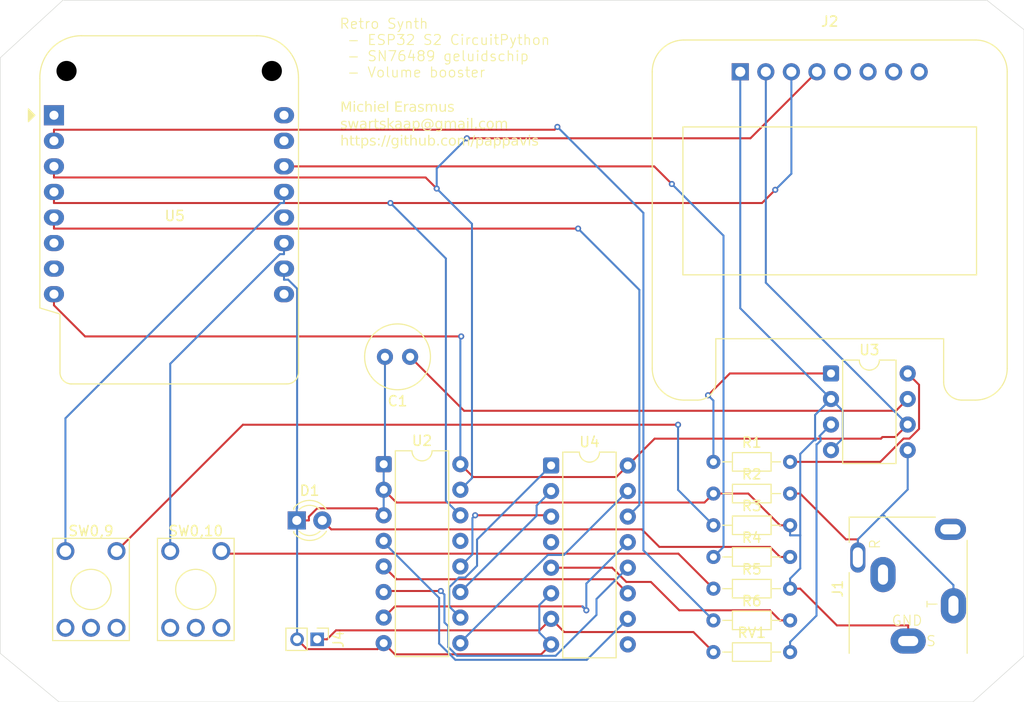
<source format=kicad_pcb>
(kicad_pcb (version 20241229) (generator "pcbnew") (generator_version "9.0")
  (layers (0 "F.Cu" signal) (2 "B.Cu" signal) (13 "F.Paste" user) (15 "B.Paste" user) (5 "F.SilkS" user "F.Silkscreen") (7 "B.SilkS" user "B.Silkscreen") (1 "F.Mask" user) (3 "B.Mask" user) (25 "Edge.Cuts" user))
  (net 0 "")
  (net 1 "Net-(R1-Pad2)")
  (net 2 "Net-(R1-Pad1)")
  (net 3 "/LM_AUDIO")
  (net 4 "GND")
  (net 5 "Net-(SW0,9-B)")
  (net 6 "Net-(U5-D10)")
  (net 7 "Net-(D1-A)")
  (net 8 "Net-(SW0,10-B)")
  (net 9 "Net-(U5-D3)")
  (net 10 "/~{WE}")
  (net 11 "Net-(U3-+)")
  (net 12 "/SN_AUDIO")
  (net 13 "/SN76489_CLK")
  (net 14 "/SCL")
  (net 20 "/SDA")
  (net 21 "Net-(SW0,10-A)")
  (net 23 "Net-(SW0,9-A)")
  (net 24 "+3.3V")
  (net 26 "Net-(U3-BYPASS)")
  (net 27 "/P1")
  (net 28 "/P2")
  (net 29 "/P6")
  (net 30 "/P0")
  (net 32 "/P7")
  (net 33 "/P4")
  (net 35 "/P5")
  (net 36 "/P3")
  (footprint "LED_THT:LED_D3.0mm" (layer "F.Cu") (at 113.538 87.376)
    (property "Reference" "D1" (at 1.27 -2.96 0) (layer "F.SilkS"))
    (property "Value" "LED")
    (fp_line (start -0.29 -1.236) (end -0.29 -1.08) (stroke (width 0.12)) (layer "F.SilkS"))
    (fp_line (start -0.29 1.08) (end -0.29 1.236) (stroke (width 0.12)) (layer "F.SilkS"))
    (fp_arc (start -0.29 -1.235516) (mid 1.365624 -1.987701) (end 2.941397 -1.080061) (stroke (width 0.12)) (layer "F.SilkS"))
    (fp_arc (start 0.229039 -1.08) (mid 1.269964 -1.5) (end 2.31091 -1.080049) (stroke (width 0.12)) (layer "F.SilkS"))
    (fp_arc (start 2.31091 1.080049) (mid 1.269964 1.5) (end 0.229039 1.08) (stroke (width 0.12)) (layer "F.SilkS"))
    (fp_arc (start 2.941397 1.080061) (mid 1.365624 1.987701) (end -0.29 1.235516) (stroke (width 0.12)) (layer "F.SilkS"))
    (pad "1" thru_hole rect (at 0 0) (size 1.8 1.8) (drill 0.9) (layers "*.Cu" "*.Mask") (net 4 "GND"))
    (pad "2" thru_hole circle (at 2.54 0) (size 1.8 1.8) (drill 0.9) (layers "*.Cu" "*.Mask") (net 7 "Net-(D1-A)"))
  )
  (footprint "Resistor_THT:R_Axial_DIN0204_L3.6mm_D1.6mm_P7.62mm_Horizontal" (layer "F.Cu") (at 154.94 84.707)
    (property "Reference" "R2" (at 3.81 -1.92 0) (layer "F.SilkS"))
    (property "Value" "10")
    (fp_line (start 0.94 0) (end 1.89 0) (stroke (width 0.12)) (layer "F.SilkS"))
    (fp_line (start 1.89 -0.92) (end 1.89 0.92) (stroke (width 0.12)) (layer "F.SilkS"))
    (fp_line (start 1.89 0.92) (end 5.73 0.92) (stroke (width 0.12)) (layer "F.SilkS"))
    (fp_line (start 5.73 -0.92) (end 1.89 -0.92) (stroke (width 0.12)) (layer "F.SilkS"))
    (fp_line (start 5.73 0.92) (end 5.73 -0.92) (stroke (width 0.12)) (layer "F.SilkS"))
    (fp_line (start 6.68 0) (end 5.73 0) (stroke (width 0.12)) (layer "F.SilkS"))
    (pad "1" thru_hole circle (at 0 0) (size 1.4 1.4) (drill 0.7) (layers "*.Cu" "*.Mask") (net 4 "GND"))
    (pad "2" thru_hole oval (at 7.62 0) (size 1.4 1.4) (drill 0.7) (layers "*.Cu" "*.Mask") (net 3 "/LM_AUDIO"))
  )
  (footprint "Package_DIP:DIP-16_W7.62mm" (layer "F.Cu") (at 122.174 81.788)
    (property "Reference" "U2" (at 3.81 -2.33 0) (layer "F.SilkS"))
    (property "Value" "PCF8574AP-I2C")
    (fp_line (start 1.16 -1.33) (end 1.16 19.11) (stroke (width 0.12)) (layer "F.SilkS"))
    (fp_line (start 1.16 19.11) (end 6.46 19.11) (stroke (width 0.12)) (layer "F.SilkS"))
    (fp_line (start 2.81 -1.33) (end 1.16 -1.33) (stroke (width 0.12)) (layer "F.SilkS"))
    (fp_line (start 6.46 -1.33) (end 4.81 -1.33) (stroke (width 0.12)) (layer "F.SilkS"))
    (fp_line (start 6.46 19.11) (end 6.46 -1.33) (stroke (width 0.12)) (layer "F.SilkS"))
    (fp_arc (start 4.81 -1.33) (mid 3.81 -0.33) (end 2.81 -1.33) (stroke (width 0.12)) (layer "F.SilkS"))
    (pad "1" thru_hole roundrect (at 0 0) (size 1.6 1.6) (drill 0.8) (layers "*.Cu" "*.Mask") (roundrect_rratio 0.15625) (net 4 "GND"))
    (pad "2" thru_hole circle (at 0 2.54) (size 1.6 1.6) (drill 0.8) (layers "*.Cu" "*.Mask") (net 4 "GND"))
    (pad "3" thru_hole circle (at 0 5.08) (size 1.6 1.6) (drill 0.8) (layers "*.Cu" "*.Mask") (net 4 "GND"))
    (pad "4" thru_hole circle (at 0 7.62) (size 1.6 1.6) (drill 0.8) (layers "*.Cu" "*.Mask") (net 30 "/P0"))
    (pad "5" thru_hole circle (at 0 10.16) (size 1.6 1.6) (drill 0.8) (layers "*.Cu" "*.Mask") (net 27 "/P1"))
    (pad "6" thru_hole circle (at 0 12.7) (size 1.6 1.6) (drill 0.8) (layers "*.Cu" "*.Mask") (net 28 "/P2"))
    (pad "7" thru_hole circle (at 0 15.24) (size 1.6 1.6) (drill 0.8) (layers "*.Cu" "*.Mask") (net 36 "/P3"))
    (pad "8" thru_hole circle (at 0 17.78) (size 1.6 1.6) (drill 0.8) (layers "*.Cu" "*.Mask") (net 4 "GND"))
    (pad "9" thru_hole circle (at 7.62 17.78) (size 1.6 1.6) (drill 0.8) (layers "*.Cu" "*.Mask") (net 33 "/P4"))
    (pad "10" thru_hole circle (at 7.62 15.24) (size 1.6 1.6) (drill 0.8) (layers "*.Cu" "*.Mask") (net 35 "/P5"))
    (pad "11" thru_hole circle (at 7.62 12.7) (size 1.6 1.6) (drill 0.8) (layers "*.Cu" "*.Mask") (net 29 "/P6"))
    (pad "12" thru_hole circle (at 7.62 10.16) (size 1.6 1.6) (drill 0.8) (layers "*.Cu" "*.Mask") (net 32 "/P7"))
    (pad "13" thru_hole circle (at 7.62 7.62) (size 1.6 1.6) (drill 0.8) (layers "*.Cu" "*.Mask"))
    (pad "14" thru_hole circle (at 7.62 5.08) (size 1.6 1.6) (drill 0.8) (layers "*.Cu" "*.Mask") (net 14 "/SCL"))
    (pad "15" thru_hole circle (at 7.62 2.54) (size 1.6 1.6) (drill 0.8) (layers "*.Cu" "*.Mask") (net 20 "/SDA"))
    (pad "16" thru_hole circle (at 7.62 0) (size 1.6 1.6) (drill 0.8) (layers "*.Cu" "*.Mask") (net 24 "+3.3V"))
  )
  (footprint "Resistor_THT:R_Axial_DIN0204_L3.6mm_D1.6mm_P7.62mm_Horizontal" (layer "F.Cu") (at 154.94 81.557)
    (property "Reference" "R1" (at 3.81 -1.92 0) (layer "F.SilkS"))
    (property "Value" "1K")
    (fp_line (start 0.94 0) (end 1.89 0) (stroke (width 0.12)) (layer "F.SilkS"))
    (fp_line (start 1.89 -0.92) (end 1.89 0.92) (stroke (width 0.12)) (layer "F.SilkS"))
    (fp_line (start 1.89 0.92) (end 5.73 0.92) (stroke (width 0.12)) (layer "F.SilkS"))
    (fp_line (start 5.73 -0.92) (end 1.89 -0.92) (stroke (width 0.12)) (layer "F.SilkS"))
    (fp_line (start 5.73 0.92) (end 5.73 -0.92) (stroke (width 0.12)) (layer "F.SilkS"))
    (fp_line (start 6.68 0) (end 5.73 0) (stroke (width 0.12)) (layer "F.SilkS"))
    (pad "1" thru_hole circle (at 0 0) (size 1.4 1.4) (drill 0.7) (layers "*.Cu" "*.Mask") (net 2 "Net-(R1-Pad1)"))
    (pad "2" thru_hole oval (at 7.62 0) (size 1.4 1.4) (drill 0.7) (layers "*.Cu" "*.Mask") (net 1 "Net-(R1-Pad2)"))
  )
  (footprint "Button_Switch_THT:KSA_Tactile_SPST" (layer "F.Cu") (at 90.551 90.424)
    (property "Reference" "SW0,9" (at 2.54 -2 0) (layer "F.SilkS"))
    (property "Value" "SW_SPST")
    (fp_line (start -1.27 -1.27) (end -1.27 8.89) (stroke (width 0.12)) (layer "F.SilkS"))
    (fp_line (start -1.27 -1.27) (end 6.35 -1.27) (stroke (width 0.12)) (layer "F.SilkS"))
    (fp_line (start -1.27 8.89) (end 6.35 8.89) (stroke (width 0.12)) (layer "F.SilkS"))
    (fp_line (start 6.35 8.89) (end 6.35 -1.27) (stroke (width 0.12)) (layer "F.SilkS"))
    (fp_circle (center 2.54 3.81) (end 0.54 3.81) (stroke (width 0.12)) (fill no) (layer "F.SilkS"))
    (pad "1" thru_hole circle (at 0 0) (size 1.778 1.778) (drill 1.143) (layers "*.Cu" "*.Mask") (net 23 "Net-(SW0,9-A)"))
    (pad "2" thru_hole circle (at 5.08 0) (size 1.778 1.778) (drill 1.143) (layers "*.Cu" "*.Mask") (net 5 "Net-(SW0,9-B)"))
    (pad "3" thru_hole circle (at 5.08 7.62) (size 1.778 1.778) (drill 1.143) (layers "*.Cu" "*.Mask"))
    (pad "4" thru_hole circle (at 2.54 7.62) (size 1.778 1.778) (drill 1.143) (layers "*.Cu" "*.Mask"))
    (pad "5" thru_hole circle (at 0 7.62) (size 1.778 1.778) (drill 1.143) (layers "*.Cu" "*.Mask"))
  )
  (footprint "Resistor_THT:R_Axial_DIN0204_L3.6mm_D1.6mm_P7.62mm_Horizontal" (layer "F.Cu") (at 154.94 87.857)
    (property "Reference" "R3" (at 3.81 -1.92 0) (layer "F.SilkS"))
    (property "Value" "R1k")
    (fp_line (start 0.94 0) (end 1.89 0) (stroke (width 0.12)) (layer "F.SilkS"))
    (fp_line (start 1.89 -0.92) (end 1.89 0.92) (stroke (width 0.12)) (layer "F.SilkS"))
    (fp_line (start 1.89 0.92) (end 5.73 0.92) (stroke (width 0.12)) (layer "F.SilkS"))
    (fp_line (start 5.73 -0.92) (end 1.89 -0.92) (stroke (width 0.12)) (layer "F.SilkS"))
    (fp_line (start 5.73 0.92) (end 5.73 -0.92) (stroke (width 0.12)) (layer "F.SilkS"))
    (fp_line (start 6.68 0) (end 5.73 0) (stroke (width 0.12)) (layer "F.SilkS"))
    (pad "1" thru_hole circle (at 0 0) (size 1.4 1.4) (drill 0.7) (layers "*.Cu" "*.Mask") (net 5 "Net-(SW0,9-B)"))
    (pad "2" thru_hole oval (at 7.62 0) (size 1.4 1.4) (drill 0.7) (layers "*.Cu" "*.Mask") (net 4 "GND"))
  )
  (footprint "Connector_Audio:Jack_3.5mm_CUI_SJ1-3515N_Horizontal" (layer "F.Cu") (at 174.291 99.359 90)
    (property "Reference" "J1" (at 5.2 -7 90) (layer "F.SilkS"))
    (property "Value" "AudioJack3")
    (fp_line (start 12.31 -5.86) (end 9.8 -5.86) (stroke (width 0.12)) (layer "F.SilkS"))
    (fp_line (start 12.31 -5.86) (end 12.31 2.7) (stroke (width 0.12)) (layer "F.SilkS"))
    (fp_line (start 6.8 -5.86) (end -1.2192 -5.86) (stroke (width 0.12)) (layer "F.SilkS"))
    (fp_line (start 10 5.86) (end -1.2192 5.86) (stroke (width 0.12)) (layer "F.SilkS"))
    (pad "R" thru_hole oval (at 8.3 -5 90) (size 3 1.5) (drill oval 2 1) (layers "*.Cu" "*.Mask") (net 3 "/LM_AUDIO"))
    (pad "RN" thru_hole oval (at 6.6 -2.5 90) (size 3.5 2.5) (drill oval 2 1) (layers "*.Cu" "*.Mask"))
    (pad "S" thru_hole oval (at 0 0) (size 3.5 2.5) (drill oval 2 1) (layers "*.Cu" "*.Mask") (net 4 "GND"))
    (pad "T" thru_hole oval (at 3.5 4.5 90) (size 3.5 2.5) (drill oval 2 1) (layers "*.Cu" "*.Mask") (net 3 "/LM_AUDIO"))
    (pad "TN" thru_hole oval (at 11.1 4.2 180) (size 3.1 2.1) (drill oval 2 1) (layers "*.Cu" "*.Mask"))
  )
  (footprint "Package_DIP:DIP-16_W7.62mm" (layer "F.Cu") (at 138.811 81.915)
    (property "Reference" "U4" (at 3.81 -2.33 0) (layer "F.SilkS"))
    (property "Value" "SN76489")
    (fp_line (start 1.16 -1.33) (end 1.16 19.11) (stroke (width 0.12)) (layer "F.SilkS"))
    (fp_line (start 1.16 19.11) (end 6.46 19.11) (stroke (width 0.12)) (layer "F.SilkS"))
    (fp_line (start 2.81 -1.33) (end 1.16 -1.33) (stroke (width 0.12)) (layer "F.SilkS"))
    (fp_line (start 6.46 -1.33) (end 4.81 -1.33) (stroke (width 0.12)) (layer "F.SilkS"))
    (fp_line (start 6.46 19.11) (end 6.46 -1.33) (stroke (width 0.12)) (layer "F.SilkS"))
    (fp_arc (start 4.81 -1.33) (mid 3.81 -0.33) (end 2.81 -1.33) (stroke (width 0.12)) (layer "F.SilkS"))
    (pad "1" thru_hole roundrect (at 0 0) (size 1.6 1.6) (drill 0.8) (layers "*.Cu" "*.Mask") (roundrect_rratio 0.15625) (net 35 "/P5"))
    (pad "2" thru_hole circle (at 0 2.54) (size 1.6 1.6) (drill 0.8) (layers "*.Cu" "*.Mask") (net 29 "/P6"))
    (pad "3" thru_hole circle (at 0 5.08) (size 1.6 1.6) (drill 0.8) (layers "*.Cu" "*.Mask") (net 32 "/P7"))
    (pad "4" thru_hole circle (at 0 7.62) (size 1.6 1.6) (drill 0.8) (layers "*.Cu" "*.Mask"))
    (pad "5" thru_hole circle (at 0 10.16) (size 1.6 1.6) (drill 0.8) (layers "*.Cu" "*.Mask") (net 10 "/~{WE}"))
    (pad "6" thru_hole circle (at 0 12.7) (size 1.6 1.6) (drill 0.8) (layers "*.Cu" "*.Mask") (net 4 "GND"))
    (pad "7" thru_hole circle (at 0 15.24) (size 1.6 1.6) (drill 0.8) (layers "*.Cu" "*.Mask") (net 12 "/SN_AUDIO"))
    (pad "8" thru_hole circle (at 0 17.78) (size 1.6 1.6) (drill 0.8) (layers "*.Cu" "*.Mask") (net 4 "GND"))
    (pad "9" thru_hole circle (at 7.62 17.78) (size 1.6 1.6) (drill 0.8) (layers "*.Cu" "*.Mask"))
    (pad "10" thru_hole circle (at 7.62 15.24) (size 1.6 1.6) (drill 0.8) (layers "*.Cu" "*.Mask") (net 30 "/P0"))
    (pad "11" thru_hole circle (at 7.62 12.7) (size 1.6 1.6) (drill 0.8) (layers "*.Cu" "*.Mask") (net 27 "/P1"))
    (pad "12" thru_hole circle (at 7.62 10.16) (size 1.6 1.6) (drill 0.8) (layers "*.Cu" "*.Mask") (net 28 "/P2"))
    (pad "13" thru_hole circle (at 7.62 7.62) (size 1.6 1.6) (drill 0.8) (layers "*.Cu" "*.Mask") (net 36 "/P3"))
    (pad "14" thru_hole circle (at 7.62 5.08) (size 1.6 1.6) (drill 0.8) (layers "*.Cu" "*.Mask") (net 13 "/SN76489_CLK"))
    (pad "15" thru_hole circle (at 7.62 2.54) (size 1.6 1.6) (drill 0.8) (layers "*.Cu" "*.Mask") (net 33 "/P4"))
    (pad "16" thru_hole circle (at 7.62 0) (size 1.6 1.6) (drill 0.8) (layers "*.Cu" "*.Mask") (net 24 "+3.3V"))
  )
  (footprint "Capacitor_THT:C_Radial_D6.3mm_H5.0mm_P2.50mm" (layer "F.Cu") (at 124.801 71.12 180)
    (property "Reference" "C1" (at 1.25 -4.4 0) (layer "F.SilkS"))
    (property "Value" "10µF")
    (fp_circle (center 1.25 0) (end 4.52 0) (stroke (width 0.12)) (fill no) (layer "F.SilkS"))
    (pad "1" thru_hole circle (at 0 0 180) (size 1.6 1.6) (drill 0.8) (layers "*.Cu" "*.Mask") (net 26 "Net-(U3-BYPASS)"))
    (pad "2" thru_hole circle (at 2.5 0 180) (size 1.6 1.6) (drill 0.8) (layers "*.Cu" "*.Mask") (net 4 "GND"))
  )
  (footprint "Resistor_THT:R_Axial_DIN0204_L3.6mm_D1.6mm_P7.62mm_Horizontal" (layer "F.Cu") (at 154.94 97.307)
    (property "Reference" "R6" (at 3.81 -1.92 0) (layer "F.SilkS"))
    (property "Value" "100")
    (fp_line (start 0.94 0) (end 1.89 0) (stroke (width 0.12)) (layer "F.SilkS"))
    (fp_line (start 1.89 -0.92) (end 1.89 0.92) (stroke (width 0.12)) (layer "F.SilkS"))
    (fp_line (start 1.89 0.92) (end 5.73 0.92) (stroke (width 0.12)) (layer "F.SilkS"))
    (fp_line (start 5.73 -0.92) (end 1.89 -0.92) (stroke (width 0.12)) (layer "F.SilkS"))
    (fp_line (start 5.73 0.92) (end 5.73 -0.92) (stroke (width 0.12)) (layer "F.SilkS"))
    (fp_line (start 6.68 0) (end 5.73 0) (stroke (width 0.12)) (layer "F.SilkS"))
    (pad "1" thru_hole circle (at 0 0) (size 1.4 1.4) (drill 0.7) (layers "*.Cu" "*.Mask") (net 9 "Net-(U5-D3)"))
    (pad "2" thru_hole oval (at 7.62 0) (size 1.4 1.4) (drill 0.7) (layers "*.Cu" "*.Mask") (net 10 "/~{WE}"))
  )
  (footprint "Resistor_THT:R_Axial_DIN0204_L3.6mm_D1.6mm_P7.62mm_Horizontal" (layer "F.Cu") (at 154.94 91.007)
    (property "Reference" "R4" (at 3.81 -1.92 0) (layer "F.SilkS"))
    (property "Value" "R1k")
    (fp_line (start 0.94 0) (end 1.89 0) (stroke (width 0.12)) (layer "F.SilkS"))
    (fp_line (start 1.89 -0.92) (end 1.89 0.92) (stroke (width 0.12)) (layer "F.SilkS"))
    (fp_line (start 1.89 0.92) (end 5.73 0.92) (stroke (width 0.12)) (layer "F.SilkS"))
    (fp_line (start 5.73 -0.92) (end 1.89 -0.92) (stroke (width 0.12)) (layer "F.SilkS"))
    (fp_line (start 5.73 0.92) (end 5.73 -0.92) (stroke (width 0.12)) (layer "F.SilkS"))
    (fp_line (start 6.68 0) (end 5.73 0) (stroke (width 0.12)) (layer "F.SilkS"))
    (pad "1" thru_hole circle (at 0 0) (size 1.4 1.4) (drill 0.7) (layers "*.Cu" "*.Mask") (net 6 "Net-(U5-D10)"))
    (pad "2" thru_hole oval (at 7.62 0) (size 1.4 1.4) (drill 0.7) (layers "*.Cu" "*.Mask") (net 7 "Net-(D1-A)"))
  )
  (footprint "Display:Adafruit_SSD1306" (layer "F.Cu") (at 157.607 42.796)
    (property "Reference" "J2" (at 8.89 -5 0) (layer "F.SilkS"))
    (property "Value" "SSD1306_I2C")
    (fp_line (start -8.746 0) (end -8.746 29.464) (stroke (width 0.12)) (layer "F.SilkS"))
    (fp_line (start -5.698 5.478) (end -5.698 20.176) (stroke (width 0.12)) (layer "F.SilkS"))
    (fp_line (start -5.698 5.478) (end 23.478 5.478) (stroke (width 0.12)) (layer "F.SilkS"))
    (fp_line (start -5.698 20.176) (end 23.478 20.176) (stroke (width 0.12)) (layer "F.SilkS"))
    (fp_line (start -4.238 32.622) (end -5.59 32.622) (stroke (width 0.12)) (layer "F.SilkS"))
    (fp_line (start -2.43 26.526) (end -2.43 30.814) (stroke (width 0.12)) (layer "F.SilkS"))
    (fp_line (start -2.43 26.526) (end 20.21 26.526) (stroke (width 0.12)) (layer "F.SilkS"))
    (fp_line (start 20.21 26.526) (end 20.21 30.814) (stroke (width 0.12)) (layer "F.SilkS"))
    (fp_line (start 22.018 32.622) (end 23.37 32.622) (stroke (width 0.12)) (layer "F.SilkS"))
    (fp_line (start 23.368 -3.158) (end -5.588 -3.158) (stroke (width 0.12)) (layer "F.SilkS"))
    (fp_line (start 23.478 5.478) (end 23.478 20.176) (stroke (width 0.12)) (layer "F.SilkS"))
    (fp_line (start 26.526 0) (end 26.526 29.464) (stroke (width 0.12)) (layer "F.SilkS"))
    (fp_arc (start -8.746 0) (mid -7.821043 -2.233043) (end -5.588 -3.158) (stroke (width 0.12)) (layer "F.SilkS"))
    (fp_arc (start -5.588 32.622) (mid -7.821043 31.697043) (end -8.746 29.464) (stroke (width 0.12)) (layer "F.SilkS"))
    (fp_arc (start -2.43 30.812) (mid -2.958137 32.091035) (end -4.236 32.622) (stroke (width 0.12)) (layer "F.SilkS"))
    (fp_arc (start 22.016 32.622) (mid 20.738137 32.091035) (end 20.21 30.812) (stroke (width 0.12)) (layer "F.SilkS"))
    (fp_arc (start 23.368 -3.158) (mid 25.601043 -2.233043) (end 26.526 0) (stroke (width 0.12)) (layer "F.SilkS"))
    (fp_arc (start 26.526 29.464) (mid 25.601043 31.697043) (end 23.368 32.622) (stroke (width 0.12)) (layer "F.SilkS"))
    (pad "" np_thru_hole circle (at -5.588 0) (size 2.7 2.7) (drill 2.7) (layers "*.Cu" "*.Mask"))
    (pad "" np_thru_hole circle (at -5.588 29.464) (size 2.7 2.7) (drill 2.7) (layers "*.Cu" "*.Mask"))
    (pad "" np_thru_hole circle (at 23.368 0) (size 2.7 2.7) (drill 2.7) (layers "*.Cu" "*.Mask"))
    (pad "" np_thru_hole circle (at 23.368 29.464) (size 2.7 2.7) (drill 2.7) (layers "*.Cu" "*.Mask"))
    (pad "1" thru_hole rect (at 0 0) (size 1.7 1.7) (drill 1) (layers "*.Cu" "*.Mask") (net 4 "GND"))
    (pad "2" thru_hole circle (at 2.54 0) (size 1.7 1.7) (drill 1) (layers "*.Cu" "*.Mask") (net 24 "+3.3V"))
    (pad "3" thru_hole circle (at 5.08 0) (size 1.7 1.7) (drill 1) (layers "*.Cu" "*.Mask") (net 14 "/SCL"))
    (pad "4" thru_hole circle (at 7.62 0) (size 1.7 1.7) (drill 1) (layers "*.Cu" "*.Mask") (net 20 "/SDA"))
    (pad "5" thru_hole circle (at 10.16 0) (size 1.7 1.7) (drill 1) (layers "*.Cu" "*.Mask"))
    (pad "6" thru_hole circle (at 12.7 0) (size 1.7 1.7) (drill 1) (layers "*.Cu" "*.Mask"))
    (pad "7" thru_hole circle (at 15.24 0) (size 1.7 1.7) (drill 1) (layers "*.Cu" "*.Mask"))
    (pad "8" thru_hole circle (at 17.78 0) (size 1.7 1.7) (drill 1) (layers "*.Cu" "*.Mask"))
  )
  (footprint "Connector_PinHeader_2.00mm:PinHeader_1x02_P2.00mm_Vertical" (layer "F.Cu") (at 115.57 99.187 -90)
    (property "Reference" "J4" (at 0 -2.11 90) (layer "F.SilkS"))
    (property "Value" "SN_AUDIO_DEBUG")
    (fp_line (start -1.11 3.11) (end 1.11 3.11) (stroke (width 0.12)) (layer "F.SilkS"))
    (fp_line (start -1.11 1) (end -1.11 3.11) (stroke (width 0.12)) (layer "F.SilkS"))
    (fp_line (start -1.11 1) (end 1.11 1) (stroke (width 0.12)) (layer "F.SilkS"))
    (fp_line (start 1.11 1) (end 1.11 3.11) (stroke (width 0.12)) (layer "F.SilkS"))
    (fp_line (start -1.11 0) (end -1.11 -1.11) (stroke (width 0.12)) (layer "F.SilkS"))
    (fp_line (start -1.11 -1.11) (end 0 -1.11) (stroke (width 0.12)) (layer "F.SilkS"))
    (pad "1" thru_hole rect (at 0 0 270) (size 1.35 1.35) (drill 0.8) (layers "*.Cu" "*.Mask") (net 12 "/SN_AUDIO"))
    (pad "2" thru_hole circle (at 0 2 270) (size 1.35 1.35) (drill 0.8) (layers "*.Cu" "*.Mask") (net 4 "GND"))
  )
  (footprint "RF_Module:WEMOS_C3_mini" (layer "F.Cu") (at 89.411 47.115)
    (property "Reference" "U5" (at 12 10 0) (layer "F.SilkS"))
    (property "Value" "WEMOS_S2_mini")
    (fp_line (start -1.4 -3.647031) (end -1.4 19.15) (stroke (width 0.12)) (layer "F.SilkS"))
    (fp_line (start 0.6 19.75) (end -1.4 19.15) (stroke (width 0.12)) (layer "F.SilkS"))
    (fp_line (start 0.6 19.75) (end 0.6 25.547031) (stroke (width 0.12)) (layer "F.SilkS"))
    (fp_line (start 1.75 26.69703) (end 23.15 26.69703) (stroke (width 0.12)) (layer "F.SilkS"))
    (fp_line (start 20.2 -7.9) (end 2.75 -7.9) (stroke (width 0.12)) (layer "F.SilkS"))
    (fp_line (start 24.3 25.547031) (end 24.3 -3.752969) (stroke (width 0.12)) (layer "F.SilkS"))
    (fp_arc (start -1.4 -3.65) (mid -0.221578 -6.651732) (end 2.75 -7.904246) (stroke (width 0.12)) (layer "F.SilkS"))
    (fp_arc (start 1.75 26.7) (mid 0.934727 26.362303) (end 0.59703 25.54703) (stroke (width 0.12)) (layer "F.SilkS"))
    (fp_arc (start 20.15 -7.9) (mid 23.082383 -6.685361) (end 24.297 -3.752969) (stroke (width 0.12)) (layer "F.SilkS"))
    (fp_arc (start 24.3 25.547031) (mid 23.963172 26.360203) (end 23.15 26.69703) (stroke (width 0.12)) (layer "F.SilkS"))
    (fp_poly (pts (xy -2.54 -0.635) (xy -2.54 0.635) (xy -1.905 0)) (stroke (width 0.12)) (fill yes) (layer "F.SilkS"))
    (pad "" np_thru_hole circle (at 1.25 -4.4) (size 3 3) (drill 2) (layers "*.Mask"))
    (pad "" np_thru_hole circle (at 21.65 -4.4) (size 3 3) (drill 2) (layers "*.Mask"))
    (pad "1" thru_hole rect (at 0 0) (size 2 2) (drill 0.9) (layers "*.Cu" "*.Mask"))
    (pad "2" thru_hole oval (at 0 2.54) (size 2 1.6) (drill 0.9) (layers "*.Cu" "*.Mask") (net 9 "Net-(U5-D3)"))
    (pad "3" thru_hole oval (at 0 5.08) (size 2 1.6) (drill 0.9) (layers "*.Cu" "*.Mask") (net 20 "/SDA"))
    (pad "4" thru_hole oval (at 0 7.62) (size 2 1.6) (drill 0.9) (layers "*.Cu" "*.Mask") (net 14 "/SCL"))
    (pad "5" thru_hole oval (at 0 10.16) (size 2 1.6) (drill 0.9) (layers "*.Cu" "*.Mask") (net 13 "/SN76489_CLK"))
    (pad "6" thru_hole oval (at 0 12.7) (size 2 1.6) (drill 0.9) (layers "*.Cu" "*.Mask"))
    (pad "7" thru_hole oval (at 0 15.24) (size 2 1.6) (drill 0.9) (layers "*.Cu" "*.Mask"))
    (pad "8" thru_hole oval (at 0 17.78) (size 2 1.6) (drill 0.9) (layers "*.Cu" "*.Mask") (net 24 "+3.3V"))
    (pad "9" thru_hole oval (at 22.86 17.78) (size 2 1.6) (drill 0.9) (layers "*.Cu" "*.Mask"))
    (pad "10" thru_hole oval (at 22.86 15.24) (size 2 1.6) (drill 0.9) (layers "*.Cu" "*.Mask") (net 4 "GND"))
    (pad "11" thru_hole oval (at 22.86 12.7) (size 2 1.6) (drill 0.9) (layers "*.Cu" "*.Mask") (net 21 "Net-(SW0,10-A)"))
    (pad "12" thru_hole oval (at 22.86 10.16) (size 2 1.6) (drill 0.9) (layers "*.Cu" "*.Mask"))
    (pad "13" thru_hole oval (at 22.86 7.62) (size 2 1.6) (drill 0.9) (layers "*.Cu" "*.Mask") (net 23 "Net-(SW0,9-A)"))
    (pad "14" thru_hole oval (at 22.86 5.08) (size 2 1.6) (drill 0.9) (layers "*.Cu" "*.Mask") (net 6 "Net-(U5-D10)"))
    (pad "15" thru_hole oval (at 22.86 2.54) (size 2 1.6) (drill 0.9) (layers "*.Cu" "*.Mask"))
    (pad "16" thru_hole oval (at 22.86 0) (size 2 1.6) (drill 0.9) (layers "*.Cu" "*.Mask"))
  )
  (footprint "Button_Switch_THT:KSA_Tactile_SPST" (layer "F.Cu") (at 100.965 90.424)
    (property "Reference" "SW0,10" (at 2.54 -2 0) (layer "F.SilkS"))
    (property "Value" "SW_SPST")
    (fp_line (start -1.27 -1.27) (end -1.27 8.89) (stroke (width 0.12)) (layer "F.SilkS"))
    (fp_line (start -1.27 -1.27) (end 6.35 -1.27) (stroke (width 0.12)) (layer "F.SilkS"))
    (fp_line (start -1.27 8.89) (end 6.35 8.89) (stroke (width 0.12)) (layer "F.SilkS"))
    (fp_line (start 6.35 8.89) (end 6.35 -1.27) (stroke (width 0.12)) (layer "F.SilkS"))
    (fp_circle (center 2.54 3.81) (end 0.54 3.81) (stroke (width 0.12)) (fill no) (layer "F.SilkS"))
    (pad "1" thru_hole circle (at 0 0) (size 1.778 1.778) (drill 1.143) (layers "*.Cu" "*.Mask") (net 21 "Net-(SW0,10-A)"))
    (pad "2" thru_hole circle (at 5.08 0) (size 1.778 1.778) (drill 1.143) (layers "*.Cu" "*.Mask") (net 8 "Net-(SW0,10-B)"))
    (pad "3" thru_hole circle (at 5.08 7.62) (size 1.778 1.778) (drill 1.143) (layers "*.Cu" "*.Mask"))
    (pad "4" thru_hole circle (at 2.54 7.62) (size 1.778 1.778) (drill 1.143) (layers "*.Cu" "*.Mask"))
    (pad "5" thru_hole circle (at 0 7.62) (size 1.778 1.778) (drill 1.143) (layers "*.Cu" "*.Mask"))
  )
  (footprint "Resistor_THT:R_Axial_DIN0204_L3.6mm_D1.6mm_P7.62mm_Horizontal" (layer "F.Cu") (at 154.94 94.157)
    (property "Reference" "R5" (at 3.81 -1.92 0) (layer "F.SilkS"))
    (property "Value" "R1k")
    (fp_line (start 0.94 0) (end 1.89 0) (stroke (width 0.12)) (layer "F.SilkS"))
    (fp_line (start 1.89 -0.92) (end 1.89 0.92) (stroke (width 0.12)) (layer "F.SilkS"))
    (fp_line (start 1.89 0.92) (end 5.73 0.92) (stroke (width 0.12)) (layer "F.SilkS"))
    (fp_line (start 5.73 -0.92) (end 1.89 -0.92) (stroke (width 0.12)) (layer "F.SilkS"))
    (fp_line (start 5.73 0.92) (end 5.73 -0.92) (stroke (width 0.12)) (layer "F.SilkS"))
    (fp_line (start 6.68 0) (end 5.73 0) (stroke (width 0.12)) (layer "F.SilkS"))
    (pad "1" thru_hole circle (at 0 0) (size 1.4 1.4) (drill 0.7) (layers "*.Cu" "*.Mask") (net 8 "Net-(SW0,10-B)"))
    (pad "2" thru_hole oval (at 7.62 0) (size 1.4 1.4) (drill 0.7) (layers "*.Cu" "*.Mask") (net 4 "GND"))
  )
  (footprint "Resistor_THT:R_Axial_DIN0204_L3.6mm_D1.6mm_P7.62mm_Horizontal" (layer "F.Cu") (at 154.94 100.457)
    (property "Reference" "RV1" (at 3.81 -1.92 0) (layer "F.SilkS"))
    (property "Value" "R_10k")
    (fp_line (start 0.94 0) (end 1.89 0) (stroke (width 0.12)) (layer "F.SilkS"))
    (fp_line (start 1.89 -0.92) (end 1.89 0.92) (stroke (width 0.12)) (layer "F.SilkS"))
    (fp_line (start 1.89 0.92) (end 5.73 0.92) (stroke (width 0.12)) (layer "F.SilkS"))
    (fp_line (start 5.73 -0.92) (end 1.89 -0.92) (stroke (width 0.12)) (layer "F.SilkS"))
    (fp_line (start 5.73 0.92) (end 5.73 -0.92) (stroke (width 0.12)) (layer "F.SilkS"))
    (fp_line (start 6.68 0) (end 5.73 0) (stroke (width 0.12)) (layer "F.SilkS"))
    (pad "1" thru_hole circle (at 0 0) (size 1.4 1.4) (drill 0.7) (layers "*.Cu" "*.Mask") (net 12 "/SN_AUDIO"))
    (pad "2" thru_hole oval (at 7.62 0) (size 1.4 1.4) (drill 0.7) (layers "*.Cu" "*.Mask") (net 11 "Net-(U3-+)"))
  )
  (footprint "Package_DIP:DIP-8_W7.62mm" (layer "F.Cu") (at 166.624 72.771)
    (property "Reference" "U3" (at 3.81 -2.33 0) (layer "F.SilkS"))
    (property "Value" "LM386")
    (fp_line (start 1.16 -1.33) (end 1.16 8.95) (stroke (width 0.12)) (layer "F.SilkS"))
    (fp_line (start 1.16 8.95) (end 6.46 8.95) (stroke (width 0.12)) (layer "F.SilkS"))
    (fp_line (start 2.81 -1.33) (end 1.16 -1.33) (stroke (width 0.12)) (layer "F.SilkS"))
    (fp_line (start 6.46 -1.33) (end 4.81 -1.33) (stroke (width 0.12)) (layer "F.SilkS"))
    (fp_line (start 6.46 8.95) (end 6.46 -1.33) (stroke (width 0.12)) (layer "F.SilkS"))
    (fp_arc (start 4.81 -1.33) (mid 3.81 -0.33) (end 2.81 -1.33) (stroke (width 0.12)) (layer "F.SilkS"))
    (pad "1" thru_hole roundrect (at 0 0) (size 1.6 1.6) (drill 0.8) (layers "*.Cu" "*.Mask") (roundrect_rratio 0.15625) (net 2 "Net-(R1-Pad1)"))
    (pad "2" thru_hole circle (at 0 2.54) (size 1.6 1.6) (drill 0.8) (layers "*.Cu" "*.Mask") (net 4 "GND"))
    (pad "3" thru_hole circle (at 0 5.08) (size 1.6 1.6) (drill 0.8) (layers "*.Cu" "*.Mask") (net 11 "Net-(U3-+)"))
    (pad "4" thru_hole circle (at 0 7.62) (size 1.6 1.6) (drill 0.8) (layers "*.Cu" "*.Mask") (net 4 "GND"))
    (pad "5" thru_hole circle (at 7.62 7.62) (size 1.6 1.6) (drill 0.8) (layers "*.Cu" "*.Mask") (net 3 "/LM_AUDIO"))
    (pad "6" thru_hole circle (at 7.62 5.08) (size 1.6 1.6) (drill 0.8) (layers "*.Cu" "*.Mask") (net 24 "+3.3V"))
    (pad "7" thru_hole circle (at 7.62 2.54) (size 1.6 1.6) (drill 0.8) (layers "*.Cu" "*.Mask") (net 26 "Net-(U3-BYPASS)"))
    (pad "8" thru_hole circle (at 7.62 0) (size 1.6 1.6) (drill 0.8) (layers "*.Cu" "*.Mask") (net 1 "Net-(R1-Pad2)"))
  )
  (gr_line (start 84.074 41.402) (end 84.074 100.584) (stroke (width 0.05)) (layer "Edge.Cuts"))
  (gr_line (start 185.801 38.608) (end 185.801 100.838) (stroke (width 0.05)) (layer "Edge.Cuts"))
  (gr_line (start 185.801 100.838) (end 180.721 105.41) (stroke (width 0.05)) (layer "Edge.Cuts"))
  (gr_line (start 84.074 100.584) (end 89.916 105.41) (stroke (width 0.05)) (layer "Edge.Cuts"))
  (gr_line (start 90.297 35.687) (end 84.074 41.402) (stroke (width 0.05)) (layer "Edge.Cuts"))
  (gr_line (start 90.297 35.687) (end 182.118 35.687) (stroke (width 0.05)) (layer "Edge.Cuts"))
  (gr_line (start 180.721 105.41) (end 89.916 105.41) (stroke (width 0.05)) (layer "Edge.Cuts"))
  (gr_line (start 182.118 35.687) (end 185.801 38.608) (stroke (width 0.05)) (layer "Edge.Cuts"))
  (gr_text "R" (at 171.577 90.297 90) (layer "F.SilkS") (effects (font (size 1 1) (thickness 0.1)) (justify left bottom)))
  (gr_text "T" (at 177.292 96.139 90) (layer "F.SilkS") (effects (font (size 1 1) (thickness 0.1)) (justify left bottom)))
  (gr_text "Michiel Erasmus\nswartskaap@gmail.com\nhttps://github.com/pappavis\n" (at 117.856 50.292 0) (layer "F.SilkS") (effects (font (size 1 1) (thickness 0.1)) (justify left bottom)))
  (gr_text "GND" (at 172.593 97.917 0) (layer "F.SilkS") (effects (font (size 1 1) (thickness 0.1)) (justify left bottom)))
  (gr_text "S" (at 176.022 99.949 0) (layer "F.SilkS") (effects (font (size 1 1) (thickness 0.1)) (justify left bottom)))
  (gr_text "Retro Synth \n - ESP32 S2 CircuitPython\n - SN76489 geluidschip\n - Volume booster\n" (at 117.729 43.434 0) (layer "F.SilkS") (effects (font (size 1 1) (thickness 0.1)) (justify left bottom)))
  (segment (start 175.373 78.2846) (end 174.4145 79.2431) (width 0.2) (layer "F.Cu") (net 1))
  (segment (start 175.373 73.9) (end 175.373 78.2846) (width 0.2) (layer "F.Cu") (net 1))
  (segment (start 174.4145 79.2431) (end 173.8339 79.2431) (width 0.2) (layer "F.Cu") (net 1))
  (segment (start 173.8339 79.2431) (end 171.52 81.557) (width 0.2) (layer "F.Cu") (net 1))
  (segment (start 171.52 81.557) (end 162.56 81.557) (width 0.2) (layer "F.Cu") (net 1))
  (segment (start 174.244 72.771) (end 175.373 73.9) (width 0.2) (layer "F.Cu") (net 1))
  (segment (start 156.5711 72.771) (end 154.4045 74.9376) (width 0.2) (layer "F.Cu") (net 2))
  (segment (start 166.624 72.771) (end 156.5711 72.771) (width 0.2) (layer "F.Cu") (net 2))
  (via (at 154.4045 74.9376) (size 0.6) (drill 0.3) (layers "F.Cu" "B.Cu") (net 2))
  (segment (start 154.4045 74.9376) (end 154.94 75.4731) (width 0.2) (layer "B.Cu") (net 2))
  (segment (start 154.94 75.4731) (end 154.94 81.557) (width 0.2) (layer "B.Cu") (net 2))
  (segment (start 162.56 84.707) (end 163.5617 84.707) (width 0.2) (layer "F.Cu") (net 3))
  (segment (start 169.291 91.059) (end 169.291 89.2573) (width 0.2) (layer "F.Cu") (net 3))
  (segment (start 168.112 89.2573) (end 169.291 89.2573) (width 0.2) (layer "F.Cu") (net 3))
  (segment (start 163.5617 84.707) (end 168.112 89.2573) (width 0.2) (layer "F.Cu") (net 3))
  (segment (start 174.244 84.3043) (end 171.766 86.7823) (width 0.2) (layer "B.Cu") (net 3))
  (segment (start 171.766 86.7823) (end 169.291 89.2573) (width 0.2) (layer "B.Cu") (net 3))
  (segment (start 174.244 80.391) (end 174.244 84.3043) (width 0.2) (layer "B.Cu") (net 3))
  (segment (start 171.766 86.7823) (end 178.791 93.8073) (width 0.2) (layer "B.Cu") (net 3))
  (segment (start 169.291 91.059) (end 169.291 89.2573) (width 0.2) (layer "B.Cu") (net 3))
  (segment (start 178.791 95.859) (end 178.791 93.8073) (width 0.2) (layer "B.Cu") (net 3))
  (segment (start 114.5467 100.1637) (end 113.57 99.187) (width 0.2) (layer "F.Cu") (net 4))
  (segment (start 174.291 99.359) (end 174.291 97.8073) (width 0.2) (layer "F.Cu") (net 4))
  (segment (start 123.2849 100.6789) (end 122.174 99.568) (width 0.2) (layer "F.Cu") (net 4))
  (segment (start 161.5583 87.857) (end 158.4083 84.707) (width 0.2) (layer "F.Cu") (net 4))
  (segment (start 162.56 87.857) (end 161.5583 87.857) (width 0.2) (layer "F.Cu") (net 4))
  (segment (start 154.049 85.598) (end 123.444 85.598) (width 0.2) (layer "F.Cu") (net 4))
  (segment (start 114.7397 87.0004) (end 115.5658 86.1743) (width 0.2) (layer "F.Cu") (net 4))
  (segment (start 158.4083 84.707) (end 154.94 84.707) (width 0.2) (layer "F.Cu") (net 4))
  (segment (start 154.94 84.707) (end 154.049 85.598) (width 0.2) (layer "F.Cu") (net 4))
  (segment (start 114.7397 87.376) (end 114.7397 87.0004) (width 0.2) (layer "F.Cu") (net 4))
  (segment (start 121.4803 86.1743) (end 122.174 86.868) (width 0.2) (layer "F.Cu") (net 4))
  (segment (start 123.444 85.598) (end 122.174 84.328) (width 0.2) (layer "F.Cu") (net 4))
  (segment (start 138.811 99.695) (end 137.8271 100.6789) (width 0.2) (layer "F.Cu") (net 4))
  (segment (start 121.5783 100.1637) (end 114.5467 100.1637) (width 0.2) (layer "F.Cu") (net 4))
  (segment (start 167.212 97.8073) (end 163.5617 94.157) (width 0.2) (layer "F.Cu") (net 4))
  (segment (start 113.538 87.376) (end 114.7397 87.376) (width 0.2) (layer "F.Cu") (net 4))
  (segment (start 162.56 94.157) (end 163.5617 94.157) (width 0.2) (layer "F.Cu") (net 4))
  (segment (start 115.5658 86.1743) (end 121.4803 86.1743) (width 0.2) (layer "F.Cu") (net 4))
  (segment (start 137.8271 100.6789) (end 123.2849 100.6789) (width 0.2) (layer "F.Cu") (net 4))
  (segment (start 174.291 97.8073) (end 167.212 97.8073) (width 0.2) (layer "F.Cu") (net 4))
  (segment (start 122.174 99.568) (end 121.5783 100.1637) (width 0.2) (layer "F.Cu") (net 4))
  (segment (start 165.0668 79.4082) (end 164.9254 79.4082) (width 0.2) (layer "B.Cu") (net 4))
  (segment (start 113.538 86.7751) (end 113.57 86.8071) (width 0.2) (layer "B.Cu") (net 4))
  (segment (start 113.5727 64.3453) (end 113.5727 86.1396) (width 0.2) (layer "B.Cu") (net 4))
  (segment (start 166.624 75.311) (end 167.7938 76.4808) (width 0.2) (layer "B.Cu") (net 4))
  (segment (start 113.538 87.376) (end 113.538 86.7751) (width 0.2) (layer "B.Cu") (net 4))
  (segment (start 167.7938 76.4808) (end 167.7938 79.2212) (width 0.2) (layer "B.Cu") (net 4))
  (segment (start 165.0428 79.1494) (end 165.1429 79.2495) (width 0.2) (layer "B.Cu") (net 4))
  (segment (start 113.57 86.8071) (end 113.57 99.187) (width 0.2) (layer "B.Cu") (net 4))
  (segment (start 122.301 71.12) (end 122.301 81.661) (width 0.2) (layer "B.Cu") (net 4))
  (segment (start 165.0428 76.8922) (end 165.0428 79.1494) (width 0.2) (layer "B.Cu") (net 4))
  (segment (start 164.9254 79.4082) (end 163.5677 80.7659) (width 0.2) (layer "B.Cu") (net 4))
  (segment (start 137.6412 95.7848) (end 138.811 94.615) (width 0.2) (layer "B.Cu") (net 4))
  (segment (start 113.5727 86.1396) (end 113.538 86.1743) (width 0.2) (layer "B.Cu") (net 4))
  (segment (start 162.56 88.8587) (end 163.5677 88.8587) (width 0.2) (layer "B.Cu") (net 4))
  (segment (start 138.811 99.695) (end 137.6412 98.5252) (width 0.2) (layer "B.Cu") (net 4))
  (segment (start 162.56 94.157) (end 162.56 93.1553) (width 0.2) (layer "B.Cu") (net 4))
  (segment (start 163.5677 88.8587) (end 163.5677 92.1476) (width 0.2) (layer "B.Cu") (net 4))
  (segment (start 162.56 87.857) (end 162.56 88.8587) (width 0.2) (layer "B.Cu") (net 4))
  (segment (start 163.5677 92.1476) (end 162.56 93.1553) (width 0.2) (layer "B.Cu") (net 4))
  (segment (start 166.624 75.311) (end 165.0428 76.8922) (width 0.2) (layer "B.Cu") (net 4))
  (segment (start 137.6412 98.5252) (end 137.6412 95.7848) (width 0.2) (layer "B.Cu") (net 4))
  (segment (start 112.271 62.355) (end 112.271 63.4567) (width 0.2) (layer "B.Cu") (net 4))
  (segment (start 157.607 66.294) (end 166.624 75.311) (width 0.2) (layer "B.Cu") (net 4))
  (segment (start 112.6841 63.4567) (end 113.5727 64.3453) (width 0.2) (layer "B.Cu") (net 4))
  (segment (start 163.5677 80.7659) (end 163.5677 88.8587) (width 0.2) (layer "B.Cu") (net 4))
  (segment (start 165.1429 79.3321) (end 165.0668 79.4082) (width 0.2) (layer "B.Cu") (net 4))
  (segment (start 112.271 63.4567) (end 112.6841 63.4567) (width 0.2) (layer "B.Cu") (net 4))
  (segment (start 157.607 42.796) (end 157.607 66.294) (width 0.2) (layer "B.Cu") (net 4))
  (segment (start 113.538 86.7751) (end 113.538 86.1743) (width 0.2) (layer "B.Cu") (net 4))
  (segment (start 165.1429 79.2495) (end 165.1429 79.3321) (width 0.2) (layer "B.Cu") (net 4))
  (segment (start 122.301 81.661) (end 122.174 81.788) (width 0.2) (layer "B.Cu") (net 4))
  (segment (start 122.174 81.788) (end 122.174 84.328) (width 0.2) (layer "B.Cu") (net 4))
  (segment (start 122.174 86.868) (end 122.174 84.328) (width 0.2) (layer "B.Cu") (net 4))
  (segment (start 167.7938 79.2212) (end 166.624 80.391) (width 0.2) (layer "B.Cu") (net 4))
  (segment (start 108.1887 77.8663) (end 151.4268 77.8663) (width 0.2) (layer "F.Cu") (net 5))
  (segment (start 95.631 90.424) (end 108.1887 77.8663) (width 0.2) (layer "F.Cu") (net 5))
  (via (at 151.4268 77.8663) (size 0.6) (drill 0.3) (layers "F.Cu" "B.Cu") (net 5))
  (segment (start 151.4268 84.3438) (end 154.94 87.857) (width 0.2) (layer "B.Cu") (net 5))
  (segment (start 151.4268 77.8663) (end 151.4268 84.3438) (width 0.2) (layer "B.Cu") (net 5))
  (segment (start 112.271 52.195) (end 149.0575 52.195) (width 0.2) (layer "F.Cu") (net 6))
  (segment (start 149.0575 52.195) (end 150.8079 53.9454) (width 0.2) (layer "F.Cu") (net 6))
  (via (at 150.8079 53.9454) (size 0.6) (drill 0.3) (layers "F.Cu" "B.Cu") (net 6))
  (segment (start 155.9432 59.0807) (end 155.9432 90.0038) (width 0.2) (layer "B.Cu") (net 6))
  (segment (start 155.9432 90.0038) (end 154.94 91.007) (width 0.2) (layer "B.Cu") (net 6))
  (segment (start 150.8079 53.9454) (end 155.9432 59.0807) (width 0.2) (layer "B.Cu") (net 6))
  (segment (start 160.5566 90.0053) (end 149.5672 90.0053) (width 0.2) (layer "F.Cu") (net 7))
  (segment (start 116.967 88.265) (end 116.078 87.376) (width 0.2) (layer "F.Cu") (net 7))
  (segment (start 149.5672 90.0053) (end 147.8269 88.265) (width 0.2) (layer "F.Cu") (net 7))
  (segment (start 162.56 91.007) (end 161.5583 91.007) (width 0.2) (layer "F.Cu") (net 7))
  (segment (start 147.8269 88.265) (end 116.967 88.265) (width 0.2) (layer "F.Cu") (net 7))
  (segment (start 161.5583 91.007) (end 160.5566 90.0053) (width 0.2) (layer "F.Cu") (net 7))
  (segment (start 151.461 90.678) (end 106.299 90.678) (width 0.2) (layer "F.Cu") (net 8))
  (segment (start 154.94 94.157) (end 151.461 90.678) (width 0.2) (layer "F.Cu") (net 8))
  (segment (start 106.299 90.678) (end 106.045 90.424) (width 0.2) (layer "F.Cu") (net 8))
  (segment (start 139.4352 48.2717) (end 139.1536 48.5533) (width 0.2) (layer "F.Cu") (net 9))
  (segment (start 89.411 49.655) (end 89.411 48.5533) (width 0.2) (layer "F.Cu") (net 9))
  (segment (start 139.1536 48.5533) (end 89.411 48.5533) (width 0.2) (layer "F.Cu") (net 9))
  (via (at 139.4352 48.2717) (size 0.6) (drill 0.3) (layers "F.Cu" "B.Cu") (net 9))
  (segment (start 154.94 97.307) (end 147.9825 90.3495) (width 0.2) (layer "B.Cu") (net 9))
  (segment (start 147.9825 90.3495) (end 147.9825 56.819) (width 0.2) (layer "B.Cu") (net 9))
  (segment (start 147.9825 56.819) (end 139.4352 48.2717) (width 0.2) (layer "B.Cu") (net 9))
  (segment (start 146.2845 93.4865) (end 144.873 92.075) (width 0.2) (layer "F.Cu") (net 10))
  (segment (start 144.873 92.075) (end 138.811 92.075) (width 0.2) (layer "F.Cu") (net 10))
  (segment (start 160.5566 96.3053) (end 151.5473 96.3053) (width 0.2) (layer "F.Cu") (net 10))
  (segment (start 161.5583 97.307) (end 160.5566 96.3053) (width 0.2) (layer "F.Cu") (net 10))
  (segment (start 151.5473 96.3053) (end 148.7285 93.4865) (width 0.2) (layer "F.Cu") (net 10))
  (segment (start 148.7285 93.4865) (end 146.2845 93.4865) (width 0.2) (layer "F.Cu") (net 10))
  (segment (start 162.56 97.307) (end 161.5583 97.307) (width 0.2) (layer "F.Cu") (net 10))
  (segment (start 165.2331 79.8099) (end 165.5859 79.4571) (width 0.2) (layer "B.Cu") (net 11))
  (segment (start 165.1842 96.8311) (end 165.1842 79.8099) (width 0.2) (layer "B.Cu") (net 11))
  (segment (start 162.56 100.457) (end 162.56 99.4553) (width 0.2) (layer "B.Cu") (net 11))
  (segment (start 165.5859 79.4571) (end 165.5859 79.1245) (width 0.2) (layer "B.Cu") (net 11))
  (segment (start 165.1842 79.8099) (end 165.2331 79.8099) (width 0.2) (layer "B.Cu") (net 11))
  (segment (start 165.5859 79.1245) (end 165.4682 79.0068) (width 0.2) (layer "B.Cu") (net 11))
  (segment (start 165.4682 79.0068) (end 166.624 77.851) (width 0.2) (layer "B.Cu") (net 11))
  (segment (start 162.56 99.4553) (end 165.1842 96.8311) (width 0.2) (layer "B.Cu") (net 11))
  (segment (start 117.4357 98.298) (end 137.668 98.298) (width 0.2) (layer "F.Cu") (net 12))
  (segment (start 116.5467 99.187) (end 117.4357 98.298) (width 0.2) (layer "F.Cu") (net 12))
  (segment (start 137.668 98.298) (end 138.811 97.155) (width 0.2) (layer "F.Cu") (net 12))
  (segment (start 115.57 99.187) (end 116.5467 99.187) (width 0.2) (layer "F.Cu") (net 12))
  (segment (start 140.1238 98.4678) (end 138.811 97.155) (width 0.2) (layer "F.Cu") (net 12))
  (segment (start 152.9508 98.4678) (end 140.1238 98.4678) (width 0.2) (layer "F.Cu") (net 12))
  (segment (start 154.94 100.457) (end 152.9508 98.4678) (width 0.2) (layer "F.Cu") (net 12))
  (segment (start 89.411 57.275) (end 89.411 58.3767) (width 0.2) (layer "F.Cu") (net 13))
  (segment (start 89.411 58.3767) (end 141.4936 58.3767) (width 0.2) (layer "F.Cu") (net 13))
  (via (at 141.4936 58.3767) (size 0.6) (drill 0.3) (layers "F.Cu" "B.Cu") (net 13))
  (segment (start 147.5808 64.4639) (end 147.5808 85.8452) (width 0.2) (layer "B.Cu") (net 13))
  (segment (start 141.4936 58.3767) (end 147.5808 64.4639) (width 0.2) (layer "B.Cu") (net 13))
  (segment (start 147.5808 85.8452) (end 146.431 86.995) (width 0.2) (layer "B.Cu") (net 13))
  (segment (start 89.411 54.735) (end 89.411 55.8367) (width 0.2) (layer "F.Cu") (net 14))
  (segment (start 89.411 55.8367) (end 122.8452 55.8367) (width 0.2) (layer "F.Cu") (net 14))
  (segment (start 159.7702 55.8367) (end 122.8452 55.8367) (width 0.2) (layer "F.Cu") (net 14))
  (segment (start 161.0832 54.5237) (end 159.7702 55.8367) (width 0.2) (layer "F.Cu") (net 14))
  (via (at 122.8452 55.8367) (size 0.6) (drill 0.3) (layers "F.Cu" "B.Cu") (net 14))
  (via (at 161.0832 54.5237) (size 0.6) (drill 0.3) (layers "F.Cu" "B.Cu") (net 14))
  (segment (start 162.687 52.9199) (end 162.687 42.796) (width 0.2) (layer "B.Cu") (net 14))
  (segment (start 122.8452 55.8367) (end 128.3542 61.3457) (width 0.2) (layer "B.Cu") (net 14))
  (segment (start 128.3542 61.3457) (end 128.3542 85.4282) (width 0.2) (layer "B.Cu") (net 14))
  (segment (start 128.3542 85.4282) (end 129.794 86.868) (width 0.2) (layer "B.Cu") (net 14))
  (segment (start 161.0832 54.5237) (end 162.687 52.9199) (width 0.2) (layer "B.Cu") (net 14))
  (segment (start 126.3385 53.2967) (end 89.411 53.2967) (width 0.2) (layer "F.Cu") (net 20))
  (segment (start 127.4436 54.4018) (end 126.3385 53.2967) (width 0.2) (layer "F.Cu") (net 20))
  (segment (start 158.6196 49.4034) (end 165.227 42.796) (width 0.2) (layer "F.Cu") (net 20))
  (segment (start 89.411 52.195) (end 89.411 53.2967) (width 0.2) (layer "F.Cu") (net 20))
  (segment (start 130.4415 49.4034) (end 158.6196 49.4034) (width 0.2) (layer "F.Cu") (net 20))
  (via (at 127.4436 54.4018) (size 0.6) (drill 0.3) (layers "F.Cu" "B.Cu") (net 20))
  (via (at 130.4415 49.4034) (size 0.6) (drill 0.3) (layers "F.Cu" "B.Cu") (net 20))
  (segment (start 130.4415 49.4034) (end 127.4436 52.4013) (width 0.2) (layer "B.Cu") (net 20))
  (segment (start 130.9473 83.1747) (end 130.9473 57.9055) (width 0.2) (layer "B.Cu") (net 20))
  (segment (start 129.794 84.328) (end 130.9473 83.1747) (width 0.2) (layer "B.Cu") (net 20))
  (segment (start 130.9473 57.9055) (end 127.4436 54.4018) (width 0.2) (layer "B.Cu") (net 20))
  (segment (start 127.4436 52.4013) (end 127.4436 54.4018) (width 0.2) (layer "B.Cu") (net 20))
  (segment (start 112.271 60.9167) (end 111.8579 60.9167) (width 0.2) (layer "B.Cu") (net 21))
  (segment (start 111.8579 60.9167) (end 100.965 71.8096) (width 0.2) (layer "B.Cu") (net 21))
  (segment (start 112.271 59.815) (end 112.271 60.9167) (width 0.2) (layer "B.Cu") (net 21))
  (segment (start 100.965 71.8096) (end 100.965 90.424) (width 0.2) (layer "B.Cu") (net 21))
  (segment (start 90.551 77.2284) (end 111.9427 55.8367) (width 0.2) (layer "B.Cu") (net 23))
  (segment (start 112.271 54.735) (end 112.271 55.8367) (width 0.2) (layer "B.Cu") (net 23))
  (segment (start 90.551 90.424) (end 90.551 77.2284) (width 0.2) (layer "B.Cu") (net 23))
  (segment (start 111.9427 55.8367) (end 112.271 55.8367) (width 0.2) (layer "B.Cu") (net 23))
  (segment (start 174.244 77.851) (end 173.0092 79.0858) (width 0.2) (layer "F.Cu") (net 24))
  (segment (start 171.7444 79.0858) (end 171.5781 79.2521) (width 0.2) (layer "F.Cu") (net 24))
  (segment (start 131.0697 83.0637) (end 129.794 81.788) (width 0.2) (layer "F.Cu") (net 24))
  (segment (start 92.5055 69.0912) (end 89.411 65.9967) (width 0.2) (layer "F.Cu") (net 24))
  (segment (start 89.411 64.895) (end 89.411 65.9967) (width 0.2) (layer "F.Cu") (net 24))
  (segment (start 129.8773 69.0912) (end 92.5055 69.0912) (width 0.2) (layer "F.Cu") (net 24))
  (segment (start 173.0092 79.0858) (end 171.7444 79.0858) (width 0.2) (layer "F.Cu") (net 24))
  (segment (start 149.0939 79.2521) (end 171.5781 79.2521) (width 0.2) (layer "F.Cu") (net 24))
  (segment (start 146.431 81.915) (end 145.2823 83.0637) (width 0.2) (layer "F.Cu") (net 24))
  (segment (start 171.7444 79.0858) (end 171.5781 79.2521) (width 0.2) (layer "F.Cu") (net 24))
  (segment (start 146.431 81.915) (end 149.0939 79.2521) (width 0.2) (layer "F.Cu") (net 24))
  (segment (start 145.2823 83.0637) (end 131.0697 83.0637) (width 0.2) (layer "F.Cu") (net 24))
  (via (at 129.8773 69.0912) (size 0.6) (drill 0.3) (layers "F.Cu" "B.Cu") (net 24))
  (segment (start 129.794 81.788) (end 129.794 69.1745) (width 0.2) (layer "B.Cu") (net 24))
  (segment (start 174.244 77.851) (end 160.147 63.754) (width 0.2) (layer "B.Cu") (net 24))
  (segment (start 129.794 69.1745) (end 129.8773 69.0912) (width 0.2) (layer "B.Cu") (net 24))
  (segment (start 160.147 63.754) (end 160.147 42.796) (width 0.2) (layer "B.Cu") (net 24))
  (segment (start 130.1615 76.4805) (end 124.801 71.12) (width 0.2) (layer "F.Cu") (net 26))
  (segment (start 174.244 75.311) (end 173.0745 76.4805) (width 0.2) (layer "F.Cu") (net 26))
  (segment (start 173.0745 76.4805) (end 130.1615 76.4805) (width 0.2) (layer "F.Cu") (net 26))
  (segment (start 122.174 91.948) (end 123.447 93.221) (width 0.2) (layer "F.Cu") (net 27))
  (segment (start 145.037 93.221) (end 146.431 94.615) (width 0.2) (layer "F.Cu") (net 27))
  (segment (start 123.447 93.221) (end 145.037 93.221) (width 0.2) (layer "F.Cu") (net 27))
  (segment (start 127.8505 94.389) (end 122.273 94.389) (width 0.2) (layer "F.Cu") (net 28))
  (segment (start 122.273 94.389) (end 122.174 94.488) (width 0.2) (layer "F.Cu") (net 28))
  (via (at 127.8505 94.389) (size 0.6) (drill 0.3) (layers "F.Cu" "B.Cu") (net 28))
  (segment (start 128.2126 94.7511) (end 127.8505 94.389) (width 0.2) (layer "B.Cu") (net 28))
  (segment (start 129.4639 100.8265) (end 128.5894 99.952) (width 0.2) (layer "B.Cu") (net 28))
  (segment (start 128.5894 99.952) (end 128.5894 97.8878) (width 0.2) (layer "B.Cu") (net 28))
  (segment (start 143.321 96.7656) (end 139.2601 100.8265) (width 0.2) (layer "B.Cu") (net 28))
  (segment (start 139.2601 100.8265) (end 129.4639 100.8265) (width 0.2) (layer "B.Cu") (net 28))
  (segment (start 146.431 92.075) (end 143.321 95.185) (width 0.2) (layer "B.Cu") (net 28))
  (segment (start 128.2126 97.511) (end 128.2126 94.7511) (width 0.2) (layer "B.Cu") (net 28))
  (segment (start 143.321 95.185) (end 143.321 96.7656) (width 0.2) (layer "B.Cu") (net 28))
  (segment (start 128.5894 97.8878) (end 128.2126 97.511) (width 0.2) (layer "B.Cu") (net 28))
  (segment (start 137.3712 85.8948) (end 138.811 84.455) (width 0.2) (layer "B.Cu") (net 29))
  (segment (start 129.794 94.488) (end 137.3712 86.9108) (width 0.2) (layer "B.Cu") (net 29))
  (segment (start 137.3712 86.9108) (end 137.3712 85.8948) (width 0.2) (layer "B.Cu") (net 29))
  (segment (start 122.174 89.5633) (end 127.683 95.0723) (width 0.2) (layer "B.Cu") (net 30))
  (segment (start 127.683 95.0723) (end 127.683 99.6136) (width 0.2) (layer "B.Cu") (net 30))
  (segment (start 142.3578 101.2282) (end 146.431 97.155) (width 0.2) (layer "B.Cu") (net 30))
  (segment (start 129.2976 101.2282) (end 142.3578 101.2282) (width 0.2) (layer "B.Cu") (net 30))
  (segment (start 127.683 99.6136) (end 129.2976 101.2282) (width 0.2) (layer "B.Cu") (net 30))
  (segment (start 122.174 89.408) (end 122.174 89.5633) (width 0.2) (layer "B.Cu") (net 30))
  (segment (start 138.6795 86.8635) (end 138.811 86.995) (width 0.2) (layer "F.Cu") (net 32))
  (segment (start 131.2672 86.8635) (end 138.6795 86.8635) (width 0.2) (layer "F.Cu") (net 32))
  (via (at 131.2672 86.8635) (size 0.6) (drill 0.3) (layers "F.Cu" "B.Cu") (net 32))
  (segment (start 130.9926 87.1381) (end 131.2672 86.8635) (width 0.2) (layer "B.Cu") (net 32))
  (segment (start 129.794 91.948) (end 130.9926 90.7494) (width 0.2) (layer "B.Cu") (net 32))
  (segment (start 130.9926 90.7494) (end 130.9926 87.1381) (width 0.2) (layer "B.Cu") (net 32))
  (segment (start 140.081 90.805) (end 138.4929 90.805) (width 0.2) (layer "B.Cu") (net 33))
  (segment (start 138.4929 90.805) (end 129.794 99.5039) (width 0.2) (layer "B.Cu") (net 33))
  (segment (start 129.794 99.5039) (end 129.794 99.568) (width 0.2) (layer "B.Cu") (net 33))
  (segment (start 146.431 84.455) (end 140.081 90.805) (width 0.2) (layer "B.Cu") (net 33))
  (segment (start 128.6823 95.9163) (end 128.6823 94.0238) (width 0.2) (layer "B.Cu") (net 35))
  (segment (start 130.2821 93.0497) (end 131.4527 91.8791) (width 0.2) (layer "B.Cu") (net 35))
  (segment (start 129.6564 93.0497) (end 130.2821 93.0497) (width 0.2) (layer "B.Cu") (net 35))
  (segment (start 131.4527 91.8791) (end 131.4527 89.2733) (width 0.2) (layer "B.Cu") (net 35))
  (segment (start 131.4527 89.2733) (end 138.811 81.915) (width 0.2) (layer "B.Cu") (net 35))
  (segment (start 128.6823 94.0238) (end 129.6564 93.0497) (width 0.2) (layer "B.Cu") (net 35))
  (segment (start 129.794 97.028) (end 128.6823 95.9163) (width 0.2) (layer "B.Cu") (net 35))
  (segment (start 141.923 95.9185) (end 142.311 96.3065) (width 0.2) (layer "F.Cu") (net 36))
  (segment (start 123.2835 95.9185) (end 122.174 97.028) (width 0.2) (layer "F.Cu") (net 36))
  (segment (start 142.311 96.3065) (end 141.923 95.9185) (width 0.2) (layer "F.Cu") (net 36))
  (segment (start 141.923 95.9185) (end 123.2835 95.9185) (width 0.2) (layer "F.Cu") (net 36))
  (segment (start 142.311 96.3065) (end 141.923 95.9185) (width 0.2) (layer "F.Cu") (net 36))
  (via (at 142.311 96.3065) (size 0.6) (drill 0.3) (layers "F.Cu" "B.Cu") (net 36))
  (segment (start 141.923 95.9185) (end 142.311 96.3065) (width 0.2) (layer "B.Cu") (net 36))
  (segment (start 142.311 96.3065) (end 141.923 95.9185) (width 0.2) (layer "B.Cu") (net 36))
  (segment (start 142.311 93.655) (end 146.431 89.535) (width 0.2) (layer "B.Cu") (net 36))
  (segment (start 142.311 96.3065) (end 142.311 93.655) (width 0.2) (layer "B.Cu") (net 36))
)
</source>
